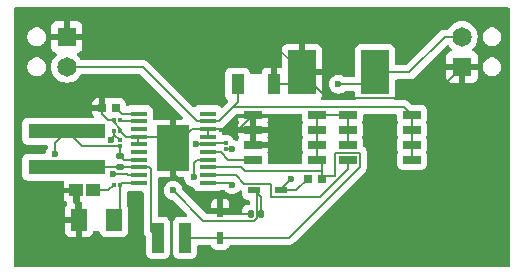
<source format=gbr>
%TF.GenerationSoftware,KiCad,Pcbnew,8.0.8*%
%TF.CreationDate,2025-02-16T12:35:09+01:00*%
%TF.ProjectId,step-down,73746570-2d64-46f7-976e-2e6b69636164,rev?*%
%TF.SameCoordinates,Original*%
%TF.FileFunction,Copper,L1,Top*%
%TF.FilePolarity,Positive*%
%FSLAX46Y46*%
G04 Gerber Fmt 4.6, Leading zero omitted, Abs format (unit mm)*
G04 Created by KiCad (PCBNEW 8.0.8) date 2025-02-16 12:35:09*
%MOMM*%
%LPD*%
G01*
G04 APERTURE LIST*
G04 Aperture macros list*
%AMRoundRect*
0 Rectangle with rounded corners*
0 $1 Rounding radius*
0 $2 $3 $4 $5 $6 $7 $8 $9 X,Y pos of 4 corners*
0 Add a 4 corners polygon primitive as box body*
4,1,4,$2,$3,$4,$5,$6,$7,$8,$9,$2,$3,0*
0 Add four circle primitives for the rounded corners*
1,1,$1+$1,$2,$3*
1,1,$1+$1,$4,$5*
1,1,$1+$1,$6,$7*
1,1,$1+$1,$8,$9*
0 Add four rect primitives between the rounded corners*
20,1,$1+$1,$2,$3,$4,$5,0*
20,1,$1+$1,$4,$5,$6,$7,0*
20,1,$1+$1,$6,$7,$8,$9,0*
20,1,$1+$1,$8,$9,$2,$3,0*%
G04 Aperture macros list end*
%TA.AperFunction,SMDPad,CuDef*%
%ADD10RoundRect,0.075000X-0.125000X-0.075000X0.125000X-0.075000X0.125000X0.075000X-0.125000X0.075000X0*%
%TD*%
%TA.AperFunction,SMDPad,CuDef*%
%ADD11R,6.520000X1.290000*%
%TD*%
%TA.AperFunction,SMDPad,CuDef*%
%ADD12RoundRect,0.075000X-0.075000X0.125000X-0.075000X-0.125000X0.075000X-0.125000X0.075000X0.125000X0*%
%TD*%
%TA.AperFunction,SMDPad,CuDef*%
%ADD13R,0.705600X0.660400*%
%TD*%
%TA.AperFunction,SMDPad,CuDef*%
%ADD14R,1.020000X2.540000*%
%TD*%
%TA.AperFunction,SMDPad,CuDef*%
%ADD15R,1.525000X0.700000*%
%TD*%
%TA.AperFunction,SMDPad,CuDef*%
%ADD16R,1.050000X0.550000*%
%TD*%
%TA.AperFunction,SMDPad,CuDef*%
%ADD17RoundRect,0.075000X0.075000X-0.125000X0.075000X0.125000X-0.075000X0.125000X-0.075000X-0.125000X0*%
%TD*%
%TA.AperFunction,SMDPad,CuDef*%
%ADD18R,1.112000X1.803400*%
%TD*%
%TA.AperFunction,SMDPad,CuDef*%
%ADD19R,0.550000X1.050000*%
%TD*%
%TA.AperFunction,ComponentPad*%
%ADD20R,1.650000X1.650000*%
%TD*%
%TA.AperFunction,ComponentPad*%
%ADD21C,1.650000*%
%TD*%
%TA.AperFunction,SMDPad,CuDef*%
%ADD22R,2.400000X3.750000*%
%TD*%
%TA.AperFunction,SMDPad,CuDef*%
%ADD23R,1.340600X1.905000*%
%TD*%
%TA.AperFunction,SMDPad,CuDef*%
%ADD24R,1.450000X0.450000*%
%TD*%
%TA.AperFunction,SMDPad,CuDef*%
%ADD25R,2.740000X3.860000*%
%TD*%
%TA.AperFunction,SMDPad,CuDef*%
%ADD26RoundRect,0.143100X0.126900X0.156900X-0.126900X0.156900X-0.126900X-0.156900X0.126900X-0.156900X0*%
%TD*%
%TA.AperFunction,SMDPad,CuDef*%
%ADD27R,1.188200X1.041400*%
%TD*%
%TA.AperFunction,SMDPad,CuDef*%
%ADD28RoundRect,0.140000X0.170000X-0.140000X0.170000X0.140000X-0.170000X0.140000X-0.170000X-0.140000X0*%
%TD*%
%TA.AperFunction,ViaPad*%
%ADD29C,0.600000*%
%TD*%
%TA.AperFunction,Conductor*%
%ADD30C,0.200000*%
%TD*%
G04 APERTURE END LIST*
D10*
%TO.P,R2,1*%
%TO.N,GND*%
X132000000Y-99000000D03*
%TO.P,R2,2*%
%TO.N,/FREQ*%
X132500000Y-99000000D03*
%TD*%
D11*
%TO.P,R4,1*%
%TO.N,/SENSE+*%
X128000000Y-103015000D03*
%TO.P,R4,2*%
%TO.N,/SENSE-*%
X128000000Y-99985000D03*
%TD*%
D12*
%TO.P,R3,1*%
%TO.N,/INTVCC*%
X141500000Y-101000000D03*
%TO.P,R3,2*%
%TO.N,/PGOOD*%
X141500000Y-101500000D03*
%TD*%
D13*
%TO.P,C5,1*%
%TO.N,/BOOST*%
X148431300Y-104000000D03*
%TO.P,C5,2*%
%TO.N,/SW*%
X149568700Y-104000000D03*
%TD*%
D14*
%TO.P,L1,1,1*%
%TO.N,/SW*%
X138000000Y-109000000D03*
%TO.P,L1,2,2*%
%TO.N,/SENSE+*%
X135710000Y-109000000D03*
%TD*%
D15*
%TO.P,M2,1,S_1*%
%TO.N,GND*%
X143788000Y-98595000D03*
%TO.P,M2,2,S_2*%
X143788000Y-99865000D03*
%TO.P,M2,3,S_3*%
X143788000Y-101135000D03*
%TO.P,M2,4,G*%
%TO.N,/BG*%
X143788000Y-102405000D03*
%TO.P,M2,5,D_1*%
%TO.N,/SW*%
X149212000Y-102405000D03*
%TO.P,M2,6,D_2*%
X149212000Y-101135000D03*
%TO.P,M2,7,D_3*%
X149212000Y-99865000D03*
%TO.P,M2,8,D_4*%
X149212000Y-98595000D03*
%TD*%
D10*
%TO.P,R6,1*%
%TO.N,/VFB*%
X132025000Y-100000000D03*
%TO.P,R6,2*%
%TO.N,GND*%
X132525000Y-100000000D03*
%TD*%
D15*
%TO.P,M1,1,S_1*%
%TO.N,/SW*%
X151788000Y-98595000D03*
%TO.P,M1,2,S_2*%
X151788000Y-99865000D03*
%TO.P,M1,3,S_3*%
X151788000Y-101135000D03*
%TO.P,M1,4,G*%
%TO.N,/TG*%
X151788000Y-102405000D03*
%TO.P,M1,5,D_1*%
%TO.N,/VIN*%
X157212000Y-102405000D03*
%TO.P,M1,6,D_2*%
X157212000Y-101135000D03*
%TO.P,M1,7,D_3*%
X157212000Y-99865000D03*
%TO.P,M1,8,D_4*%
X157212000Y-98595000D03*
%TD*%
D10*
%TO.P,R1,1*%
%TO.N,Net-(C1-Pad2)*%
X131975000Y-104500000D03*
%TO.P,R1,2*%
%TO.N,/ITH*%
X132475000Y-104500000D03*
%TD*%
D16*
%TO.P,D1,1,K*%
%TO.N,/BOOST*%
X146150000Y-105000000D03*
%TO.P,D1,2,A*%
%TO.N,/INTVCC*%
X143850000Y-105000000D03*
%TD*%
D17*
%TO.P,R5,1*%
%TO.N,/SENSE-*%
X132500000Y-101250000D03*
%TO.P,R5,2*%
%TO.N,/VFB*%
X132500000Y-100750000D03*
%TD*%
D18*
%TO.P,Cin1,1*%
%TO.N,/VIN*%
X142453400Y-96000000D03*
%TO.P,Cin1,2*%
%TO.N,GND*%
X145546600Y-96000000D03*
%TD*%
D19*
%TO.P,D2,1,K*%
%TO.N,/SW*%
X141000000Y-109000000D03*
%TO.P,D2,2,A*%
%TO.N,GND*%
X141000000Y-106700000D03*
%TD*%
D20*
%TO.P,J2,1,Pin_1*%
%TO.N,GND*%
X161460000Y-94540000D03*
D21*
%TO.P,J2,2,Pin_2*%
%TO.N,/SENSE-*%
X161460000Y-92000000D03*
%TD*%
D22*
%TO.P,Cout1,1*%
%TO.N,/SENSE-*%
X154100000Y-95000000D03*
%TO.P,Cout1,2*%
%TO.N,GND*%
X147900000Y-95000000D03*
%TD*%
D23*
%TO.P,C3,1*%
%TO.N,/ITH*%
X131983100Y-107500000D03*
%TO.P,C3,2*%
%TO.N,GND*%
X129016900Y-107500000D03*
%TD*%
D20*
%TO.P,J1,1,Pin_1*%
%TO.N,GND*%
X128000000Y-92000000D03*
D21*
%TO.P,J1,2,Pin_2*%
%TO.N,/VIN*%
X128000000Y-94540000D03*
%TD*%
D24*
%TO.P,IC1,1,TRACK/SS*%
%TO.N,/TRACK{slash}SS*%
X134075000Y-98499100D03*
%TO.P,IC1,2,FREQ*%
%TO.N,/FREQ*%
X134075000Y-99149100D03*
%TO.P,IC1,3,PLLIN/MODE*%
%TO.N,unconnected-(IC1-PLLIN{slash}MODE-Pad3)*%
X134075000Y-99799100D03*
%TO.P,IC1,4,SGND_1*%
%TO.N,GND*%
X134075000Y-100449100D03*
%TO.P,IC1,5,SGND_2*%
X134075000Y-101099100D03*
%TO.P,IC1,6,RUN*%
%TO.N,unconnected-(IC1-RUN-Pad6)*%
X134075000Y-101749100D03*
%TO.P,IC1,7,SENSE-*%
%TO.N,/SENSE-*%
X134075000Y-102399100D03*
%TO.P,IC1,8,SENSE+*%
%TO.N,/SENSE+*%
X134075000Y-103049100D03*
%TO.P,IC1,9,VFB*%
%TO.N,/VFB*%
X134075000Y-103699100D03*
%TO.P,IC1,10,ITH*%
%TO.N,/ITH*%
X134075000Y-104349100D03*
%TO.P,IC1,11,PGOOD*%
%TO.N,/PGOOD*%
X139925000Y-104349100D03*
%TO.P,IC1,12,TG*%
%TO.N,/TG*%
X139925000Y-103699100D03*
%TO.P,IC1,13,SW*%
%TO.N,/SW*%
X139925000Y-103049100D03*
%TO.P,IC1,14,BOOST*%
%TO.N,/BOOST*%
X139925000Y-102399100D03*
%TO.P,IC1,15,BG*%
%TO.N,/BG*%
X139925000Y-101749100D03*
%TO.P,IC1,16,INTVCC*%
%TO.N,/INTVCC*%
X139925000Y-101099100D03*
%TO.P,IC1,17,EXTVCC*%
%TO.N,GND*%
X139925000Y-100449100D03*
%TO.P,IC1,18,PGND*%
X139925000Y-99799100D03*
%TO.P,IC1,19,VIN*%
%TO.N,/VIN*%
X139925000Y-99149100D03*
%TO.P,IC1,20,ILIM*%
%TO.N,unconnected-(IC1-ILIM-Pad20)*%
X139925000Y-98499100D03*
D25*
%TO.P,IC1,21,SGND_3*%
%TO.N,GND*%
X137000000Y-101424100D03*
%TD*%
D26*
%TO.P,C_INTVCC1,1*%
%TO.N,/INTVCC*%
X144430000Y-107000000D03*
%TO.P,C_INTVCC1,2*%
%TO.N,GND*%
X143570000Y-107000000D03*
%TD*%
D27*
%TO.P,C1,1*%
%TO.N,GND*%
X128817000Y-105000000D03*
%TO.P,C1,2*%
%TO.N,Net-(C1-Pad2)*%
X130183000Y-105000000D03*
%TD*%
D13*
%TO.P,C2,1*%
%TO.N,GND*%
X131000000Y-98000000D03*
%TO.P,C2,2*%
%TO.N,/TRACK{slash}SS*%
X132137400Y-98000000D03*
%TD*%
D28*
%TO.P,C4,1*%
%TO.N,/SENSE+*%
X132500000Y-103000000D03*
%TO.P,C4,2*%
%TO.N,/SENSE-*%
X132500000Y-102040000D03*
%TD*%
D29*
%TO.N,/INTVCC*%
X137000000Y-105000000D03*
X138959398Y-101066161D03*
%TO.N,/BOOST*%
X138739998Y-103881566D03*
X147000000Y-104000000D03*
%TO.N,/SENSE-*%
X151000000Y-96000000D03*
X127000000Y-101909998D03*
%TO.N,/VFB*%
X131881298Y-103615000D03*
X131716070Y-100690000D03*
%TO.N,/PGOOD*%
X142006996Y-101506446D03*
X142000000Y-104500000D03*
%TD*%
D30*
%TO.N,Net-(C1-Pad2)*%
X131475000Y-105000000D02*
X131975000Y-104500000D01*
X130183000Y-105000000D02*
X131475000Y-105000000D01*
%TO.N,GND*%
X128817000Y-105000000D02*
X128817000Y-107622122D01*
X140160214Y-106700000D02*
X137000000Y-103539786D01*
X138625000Y-99799100D02*
X139925000Y-99799100D01*
X143788000Y-99865000D02*
X143788000Y-101135000D01*
X146900000Y-96000000D02*
X147900000Y-95000000D01*
X137000000Y-103539786D02*
X137000000Y-101424100D01*
X131000000Y-98530200D02*
X131469800Y-99000000D01*
X134024100Y-100500000D02*
X134075000Y-100449100D01*
X136025000Y-100449100D02*
X137000000Y-101424100D01*
X150035000Y-97135000D02*
X158865000Y-97135000D01*
X141300000Y-107000000D02*
X141000000Y-106700000D01*
X144900000Y-92000000D02*
X147900000Y-95000000D01*
X134058100Y-100449100D02*
X134058100Y-101099100D01*
X131000000Y-98000000D02*
X131000000Y-98530200D01*
X128000000Y-92000000D02*
X144900000Y-92000000D01*
X129016900Y-107500000D02*
X129016900Y-105199900D01*
X158865000Y-97135000D02*
X161460000Y-94540000D01*
X132525000Y-100000000D02*
X132974100Y-100449100D01*
X132000000Y-99000000D02*
X132000000Y-99242590D01*
X141000000Y-106700000D02*
X140160214Y-106700000D01*
X143788000Y-98595000D02*
X142583900Y-99799100D01*
X132000000Y-99242590D02*
X132525000Y-99767590D01*
X132525000Y-99767590D02*
X132525000Y-100000000D01*
X143570000Y-107000000D02*
X141300000Y-107000000D01*
X129016900Y-105199900D02*
X128817000Y-105000000D01*
X147900000Y-95000000D02*
X150035000Y-97135000D01*
X142583900Y-99799100D02*
X139925000Y-99799100D01*
X145546600Y-96000000D02*
X146900000Y-96000000D01*
X143788000Y-98595000D02*
X143788000Y-99865000D01*
X137000000Y-101424100D02*
X138625000Y-99799100D01*
X131469800Y-99000000D02*
X132000000Y-99000000D01*
X134075000Y-100449100D02*
X136025000Y-100449100D01*
X132974100Y-100449100D02*
X134075000Y-100449100D01*
X139925000Y-99799100D02*
X139925000Y-100449100D01*
%TO.N,/VIN*%
X128000000Y-94540000D02*
X134415900Y-94540000D01*
X157212000Y-98595000D02*
X157212000Y-99865000D01*
X139025000Y-99149100D02*
X139925000Y-99149100D01*
X134415900Y-94540000D02*
X139025000Y-99149100D01*
X142453400Y-97545700D02*
X142453400Y-96000000D01*
X142054100Y-97945000D02*
X142453400Y-97545700D01*
X157212000Y-101135000D02*
X157212000Y-102405000D01*
X157212000Y-98595000D02*
X156562000Y-97945000D01*
X156562000Y-97945000D02*
X142054100Y-97945000D01*
X157212000Y-99865000D02*
X157212000Y-101135000D01*
X140850000Y-99149100D02*
X139925000Y-99149100D01*
X142054100Y-97945000D02*
X140850000Y-99149100D01*
%TO.N,/INTVCC*%
X144100000Y-107327834D02*
X143867834Y-107560000D01*
X143750000Y-105100000D02*
X143850000Y-105000000D01*
X144430000Y-107000000D02*
X144430000Y-105580000D01*
X139892061Y-101066161D02*
X139925000Y-101099100D01*
X144100000Y-105250000D02*
X144100000Y-107327834D01*
X141500000Y-101000000D02*
X140024100Y-101000000D01*
X139560000Y-107560000D02*
X137000000Y-105000000D01*
X138959398Y-101066161D02*
X139892061Y-101066161D01*
X144430000Y-105580000D02*
X143850000Y-105000000D01*
X143850000Y-105000000D02*
X144100000Y-105250000D01*
X143867834Y-107560000D02*
X139560000Y-107560000D01*
X140024100Y-101000000D02*
X139925000Y-101099100D01*
%TO.N,/BOOST*%
X138739998Y-103881566D02*
X138739998Y-102659102D01*
X147431300Y-105000000D02*
X148431300Y-104000000D01*
X138739998Y-102659102D02*
X139000000Y-102399100D01*
X146150000Y-105000000D02*
X146150000Y-104850000D01*
X139000000Y-102399100D02*
X139925000Y-102399100D01*
X146150000Y-104850000D02*
X147000000Y-104000000D01*
X146150000Y-105000000D02*
X147431300Y-105000000D01*
%TO.N,/SW*%
X151788000Y-99865000D02*
X151788000Y-101135000D01*
X142725500Y-103049100D02*
X139925000Y-103049100D01*
X149212000Y-99865000D02*
X149212000Y-101135000D01*
X149823258Y-103745442D02*
X149568700Y-104000000D01*
X151788000Y-98595000D02*
X151788000Y-99865000D01*
X150745442Y-101815058D02*
X150745442Y-103745442D01*
X149568700Y-104000000D02*
X149568700Y-103469800D01*
X150745442Y-103745442D02*
X149823258Y-103745442D01*
X149568700Y-103469800D02*
X149468700Y-103369800D01*
X149212000Y-98595000D02*
X151788000Y-98595000D01*
X149468700Y-103369800D02*
X143046200Y-103369800D01*
X149568700Y-102761700D02*
X149212000Y-102405000D01*
X141000000Y-109000000D02*
X146825500Y-109000000D01*
X138000000Y-109000000D02*
X141000000Y-109000000D01*
X152810500Y-103015000D02*
X152810500Y-101795000D01*
X152810500Y-101795000D02*
X150765500Y-101795000D01*
X149212000Y-98595000D02*
X149212000Y-99865000D01*
X149568700Y-104000000D02*
X149568700Y-102761700D01*
X150765500Y-101795000D02*
X150745442Y-101815058D01*
X149212000Y-101135000D02*
X149212000Y-102405000D01*
X146825500Y-109000000D02*
X152810500Y-103015000D01*
X143046200Y-103369800D02*
X142725500Y-103049100D01*
%TO.N,/BG*%
X139925000Y-101749100D02*
X141016690Y-101749100D01*
X141672590Y-102405000D02*
X143788000Y-102405000D01*
X141016690Y-101749100D02*
X141672590Y-102405000D01*
%TO.N,/TG*%
X149425000Y-105575000D02*
X151788000Y-103212000D01*
X151788000Y-103212000D02*
X151788000Y-102405000D01*
X145325000Y-105575000D02*
X149425000Y-105575000D01*
X139925000Y-103699100D02*
X142299100Y-103699100D01*
X145325000Y-104425000D02*
X145325000Y-105575000D01*
X142299100Y-103699100D02*
X143025000Y-104425000D01*
X143025000Y-104425000D02*
X145325000Y-104425000D01*
%TO.N,/TRACK{slash}SS*%
X132636500Y-98499100D02*
X132137400Y-98000000D01*
X134075000Y-98499100D02*
X132636500Y-98499100D01*
%TO.N,/SENSE+*%
X134025900Y-103000000D02*
X134075000Y-103049100D01*
X135100000Y-108390000D02*
X135100000Y-103149100D01*
X135000000Y-103049100D02*
X134075000Y-103049100D01*
X135710000Y-109000000D02*
X135100000Y-108390000D01*
X132485000Y-103015000D02*
X132500000Y-103000000D01*
X132500000Y-103000000D02*
X134025900Y-103000000D01*
X135100000Y-103149100D02*
X135000000Y-103049100D01*
X128000000Y-103015000D02*
X132485000Y-103015000D01*
%TO.N,/SENSE-*%
X128000000Y-99985000D02*
X129265000Y-101250000D01*
X157000000Y-95000000D02*
X160000000Y-92000000D01*
X154100000Y-95900000D02*
X154000000Y-96000000D01*
X133974100Y-102500000D02*
X134075000Y-102399100D01*
X129265000Y-101250000D02*
X132500000Y-101250000D01*
X154100000Y-95000000D02*
X157000000Y-95000000D01*
X160000000Y-92000000D02*
X161460000Y-92000000D01*
X132859100Y-102399100D02*
X134075000Y-102399100D01*
X154000000Y-96000000D02*
X151000000Y-96000000D01*
X127000000Y-101909998D02*
X127000000Y-100985000D01*
X132500000Y-101250000D02*
X132500000Y-102040000D01*
X127000000Y-100985000D02*
X128000000Y-99985000D01*
X154100000Y-95000000D02*
X154100000Y-95900000D01*
X132475000Y-102015000D02*
X132500000Y-102040000D01*
X132500000Y-102040000D02*
X132859100Y-102399100D01*
%TO.N,/FREQ*%
X132649100Y-99149100D02*
X134075000Y-99149100D01*
X132500000Y-99000000D02*
X132649100Y-99149100D01*
%TO.N,/VFB*%
X132025000Y-100000000D02*
X131975000Y-100050000D01*
X132025000Y-100000000D02*
X132025000Y-100381070D01*
X132025000Y-100275000D02*
X132025000Y-100000000D01*
X133115000Y-103615000D02*
X131881298Y-103615000D01*
X134075000Y-103699100D02*
X133199100Y-103699100D01*
X132025000Y-100381070D02*
X131716070Y-100690000D01*
X132500000Y-100750000D02*
X132025000Y-100275000D01*
X133199100Y-103699100D02*
X133115000Y-103615000D01*
%TO.N,/ITH*%
X132475000Y-107008100D02*
X132475000Y-104500000D01*
X132625900Y-104349100D02*
X132475000Y-104500000D01*
X131983100Y-107500000D02*
X132475000Y-107008100D01*
X134075000Y-104349100D02*
X132625900Y-104349100D01*
%TO.N,/PGOOD*%
X141849100Y-104349100D02*
X142000000Y-104500000D01*
X139925000Y-104349100D02*
X141849100Y-104349100D01*
X142000550Y-101500000D02*
X142006996Y-101506446D01*
X141500000Y-101500000D02*
X142000550Y-101500000D01*
%TD*%
%TA.AperFunction,Conductor*%
%TO.N,GND*%
G36*
X147892039Y-98565185D02*
G01*
X147937794Y-98617989D01*
X147949000Y-98669500D01*
X147949000Y-98992869D01*
X147949001Y-98992876D01*
X147955409Y-99052484D01*
X148005455Y-99186668D01*
X148010439Y-99256360D01*
X148005455Y-99273332D01*
X147955409Y-99407514D01*
X147955408Y-99407516D01*
X147949001Y-99467116D01*
X147949001Y-99467123D01*
X147949000Y-99467135D01*
X147949000Y-100262870D01*
X147949001Y-100262876D01*
X147955409Y-100322484D01*
X148005455Y-100456668D01*
X148010439Y-100526360D01*
X148005455Y-100543332D01*
X147955409Y-100677514D01*
X147955408Y-100677516D01*
X147949001Y-100737116D01*
X147949001Y-100737123D01*
X147949000Y-100737135D01*
X147949000Y-101532870D01*
X147949001Y-101532876D01*
X147955409Y-101592484D01*
X148005455Y-101726668D01*
X148010439Y-101796360D01*
X148005455Y-101813332D01*
X147955410Y-101947511D01*
X147955410Y-101947514D01*
X147955409Y-101947517D01*
X147949000Y-102007127D01*
X147949000Y-102349600D01*
X147949001Y-102645300D01*
X147929317Y-102712339D01*
X147876513Y-102758094D01*
X147825001Y-102769300D01*
X145175000Y-102769300D01*
X145107961Y-102749615D01*
X145062206Y-102696811D01*
X145051000Y-102645300D01*
X145050999Y-102007129D01*
X145050998Y-102007123D01*
X145050997Y-102007116D01*
X145044591Y-101947517D01*
X144994296Y-101812669D01*
X144994293Y-101812665D01*
X144994276Y-101812619D01*
X144989292Y-101742927D01*
X144994276Y-101725951D01*
X145044097Y-101592376D01*
X145044098Y-101592372D01*
X145050499Y-101532844D01*
X145050500Y-101532827D01*
X145050500Y-101385000D01*
X143912000Y-101385000D01*
X143844961Y-101365315D01*
X143799206Y-101312511D01*
X143788000Y-101261000D01*
X143788000Y-101135000D01*
X143662000Y-101135000D01*
X143594961Y-101115315D01*
X143549206Y-101062511D01*
X143538000Y-101011000D01*
X143538000Y-100885000D01*
X144038000Y-100885000D01*
X145050500Y-100885000D01*
X145050500Y-100737172D01*
X145050499Y-100737155D01*
X145044098Y-100677627D01*
X145044095Y-100677616D01*
X144994010Y-100543334D01*
X144989025Y-100473643D01*
X144994010Y-100456666D01*
X145044095Y-100322383D01*
X145044098Y-100322372D01*
X145050499Y-100262844D01*
X145050500Y-100262827D01*
X145050500Y-100115000D01*
X144038000Y-100115000D01*
X144038000Y-100885000D01*
X143538000Y-100885000D01*
X143538000Y-100115000D01*
X142525500Y-100115000D01*
X142525500Y-100262844D01*
X142531901Y-100322372D01*
X142531903Y-100322379D01*
X142581989Y-100456667D01*
X142586973Y-100526359D01*
X142581989Y-100543333D01*
X142531903Y-100677620D01*
X142531900Y-100677631D01*
X142531517Y-100681196D01*
X142530449Y-100683771D01*
X142530120Y-100685168D01*
X142529893Y-100685114D01*
X142504773Y-100745745D01*
X142447376Y-100785587D01*
X142377551Y-100788074D01*
X142363138Y-100782823D01*
X142363092Y-100782957D01*
X142256745Y-100745745D01*
X142186251Y-100721078D01*
X142186248Y-100721077D01*
X142179679Y-100718779D01*
X142180558Y-100716265D01*
X142130192Y-100688089D01*
X142104206Y-100648763D01*
X142077700Y-100584771D01*
X142077700Y-100584770D01*
X142045904Y-100543333D01*
X141985451Y-100464549D01*
X141865233Y-100372302D01*
X141865229Y-100372300D01*
X141801801Y-100346027D01*
X141725236Y-100314313D01*
X141709809Y-100312282D01*
X141612727Y-100299500D01*
X141612720Y-100299500D01*
X141387280Y-100299500D01*
X141387274Y-100299500D01*
X141387269Y-100299501D01*
X141290185Y-100312282D01*
X141221149Y-100301516D01*
X141168894Y-100255136D01*
X141150000Y-100189343D01*
X141150000Y-100176279D01*
X141149999Y-100176268D01*
X141145815Y-100137358D01*
X141145815Y-100110842D01*
X141149999Y-100071931D01*
X141150000Y-100071921D01*
X141150000Y-100024100D01*
X140989435Y-100024100D01*
X140922396Y-100004415D01*
X140876641Y-99951611D01*
X140866697Y-99882453D01*
X140895722Y-99818897D01*
X140915124Y-99800834D01*
X140994816Y-99741176D01*
X141037033Y-99720667D01*
X141081785Y-99708677D01*
X141131904Y-99679739D01*
X141218716Y-99629620D01*
X141330520Y-99517816D01*
X141330520Y-99517814D01*
X141340728Y-99507607D01*
X141340729Y-99507604D01*
X141855491Y-98992844D01*
X142525500Y-98992844D01*
X142531901Y-99052372D01*
X142531903Y-99052379D01*
X142581989Y-99186667D01*
X142586973Y-99256359D01*
X142581989Y-99273333D01*
X142531903Y-99407620D01*
X142531901Y-99407627D01*
X142525500Y-99467155D01*
X142525500Y-99615000D01*
X143538000Y-99615000D01*
X144038000Y-99615000D01*
X145050500Y-99615000D01*
X145050500Y-99467172D01*
X145050499Y-99467155D01*
X145044098Y-99407627D01*
X145044095Y-99407616D01*
X144994010Y-99273334D01*
X144989025Y-99203643D01*
X144994010Y-99186666D01*
X145044095Y-99052383D01*
X145044098Y-99052372D01*
X145050499Y-98992844D01*
X145050500Y-98992827D01*
X145050500Y-98845000D01*
X144038000Y-98845000D01*
X144038000Y-99615000D01*
X143538000Y-99615000D01*
X143538000Y-98845000D01*
X142525500Y-98845000D01*
X142525500Y-98992844D01*
X141855491Y-98992844D01*
X142266517Y-98581819D01*
X142327840Y-98548334D01*
X142354198Y-98545500D01*
X147825000Y-98545500D01*
X147892039Y-98565185D01*
G37*
%TD.AperFunction*%
%TA.AperFunction,Conductor*%
G36*
X165442539Y-89520185D02*
G01*
X165488294Y-89572989D01*
X165499500Y-89624500D01*
X165499500Y-111375500D01*
X165479815Y-111442539D01*
X165427011Y-111488294D01*
X165375500Y-111499500D01*
X123624500Y-111499500D01*
X123557461Y-111479815D01*
X123511706Y-111427011D01*
X123500500Y-111375500D01*
X123500500Y-108500344D01*
X127846600Y-108500344D01*
X127853001Y-108559872D01*
X127853003Y-108559879D01*
X127903245Y-108694586D01*
X127903249Y-108694593D01*
X127989409Y-108809687D01*
X127989412Y-108809690D01*
X128104506Y-108895850D01*
X128104513Y-108895854D01*
X128239220Y-108946096D01*
X128239227Y-108946098D01*
X128298755Y-108952499D01*
X128298772Y-108952500D01*
X128766900Y-108952500D01*
X128766900Y-107750000D01*
X127846600Y-107750000D01*
X127846600Y-108500344D01*
X123500500Y-108500344D01*
X123500500Y-105568544D01*
X127722900Y-105568544D01*
X127729301Y-105628072D01*
X127729303Y-105628079D01*
X127779545Y-105762786D01*
X127779549Y-105762793D01*
X127865709Y-105877887D01*
X127865712Y-105877890D01*
X127980806Y-105964050D01*
X127988596Y-105968304D01*
X127987213Y-105970836D01*
X128031445Y-106003947D01*
X128055863Y-106069411D01*
X128041012Y-106137684D01*
X128006491Y-106177525D01*
X127989409Y-106190312D01*
X127903249Y-106305406D01*
X127903245Y-106305413D01*
X127853003Y-106440120D01*
X127853001Y-106440127D01*
X127846600Y-106499655D01*
X127846600Y-107250000D01*
X128766900Y-107250000D01*
X128766900Y-106150700D01*
X128691000Y-106150700D01*
X128623961Y-106131015D01*
X128578206Y-106078211D01*
X128567000Y-106026700D01*
X128567000Y-105250000D01*
X127722900Y-105250000D01*
X127722900Y-105568544D01*
X123500500Y-105568544D01*
X123500500Y-99292135D01*
X124239500Y-99292135D01*
X124239500Y-100677870D01*
X124239501Y-100677876D01*
X124245908Y-100737483D01*
X124296202Y-100872328D01*
X124296206Y-100872335D01*
X124382452Y-100987544D01*
X124382455Y-100987547D01*
X124497664Y-101073793D01*
X124497671Y-101073797D01*
X124632517Y-101124091D01*
X124632516Y-101124091D01*
X124639444Y-101124835D01*
X124692127Y-101130500D01*
X126275500Y-101130499D01*
X126342539Y-101150184D01*
X126388294Y-101202987D01*
X126399500Y-101254499D01*
X126399500Y-101327585D01*
X126379815Y-101394624D01*
X126372450Y-101404894D01*
X126370186Y-101407732D01*
X126274210Y-101560476D01*
X126214630Y-101730748D01*
X126211404Y-101759384D01*
X126184337Y-101823798D01*
X126126742Y-101863353D01*
X126088184Y-101869500D01*
X124692129Y-101869500D01*
X124692123Y-101869501D01*
X124632516Y-101875908D01*
X124497671Y-101926202D01*
X124497664Y-101926206D01*
X124382455Y-102012452D01*
X124382452Y-102012455D01*
X124296206Y-102127664D01*
X124296202Y-102127671D01*
X124245908Y-102262517D01*
X124239501Y-102322116D01*
X124239500Y-102322135D01*
X124239500Y-103707870D01*
X124239501Y-103707876D01*
X124245908Y-103767483D01*
X124296202Y-103902328D01*
X124296206Y-103902335D01*
X124382452Y-104017544D01*
X124382455Y-104017547D01*
X124497664Y-104103793D01*
X124497671Y-104103797D01*
X124632517Y-104154091D01*
X124632516Y-104154091D01*
X124639444Y-104154835D01*
X124692127Y-104160500D01*
X127629566Y-104160499D01*
X127696604Y-104180184D01*
X127742359Y-104232988D01*
X127752303Y-104302146D01*
X127745747Y-104327832D01*
X127729303Y-104371920D01*
X127729301Y-104371927D01*
X127722900Y-104431455D01*
X127722900Y-104750000D01*
X128693000Y-104750000D01*
X128760039Y-104769685D01*
X128805794Y-104822489D01*
X128817000Y-104874000D01*
X128817000Y-105000000D01*
X128943000Y-105000000D01*
X129010039Y-105019685D01*
X129055794Y-105072489D01*
X129067000Y-105124000D01*
X129067000Y-105917500D01*
X129142900Y-105917500D01*
X129209939Y-105937185D01*
X129255694Y-105989989D01*
X129266900Y-106041500D01*
X129266900Y-108952500D01*
X129735028Y-108952500D01*
X129735044Y-108952499D01*
X129794572Y-108946098D01*
X129794579Y-108946096D01*
X129929286Y-108895854D01*
X129929293Y-108895850D01*
X130044387Y-108809690D01*
X130044390Y-108809687D01*
X130130550Y-108694593D01*
X130130554Y-108694586D01*
X130180796Y-108559879D01*
X130180798Y-108559872D01*
X130185898Y-108512444D01*
X130212636Y-108447893D01*
X130270029Y-108408045D01*
X130309187Y-108401700D01*
X130690309Y-108401700D01*
X130757348Y-108421385D01*
X130803103Y-108474189D01*
X130813599Y-108512447D01*
X130818708Y-108559983D01*
X130869002Y-108694828D01*
X130869006Y-108694835D01*
X130955252Y-108810044D01*
X130955255Y-108810047D01*
X131070464Y-108896293D01*
X131070471Y-108896297D01*
X131205317Y-108946591D01*
X131205316Y-108946591D01*
X131212244Y-108947335D01*
X131264927Y-108953000D01*
X132701272Y-108952999D01*
X132760883Y-108946591D01*
X132895731Y-108896296D01*
X133010946Y-108810046D01*
X133097196Y-108694831D01*
X133147491Y-108559983D01*
X133153900Y-108500373D01*
X133153899Y-106499628D01*
X133148080Y-106445492D01*
X133147491Y-106440016D01*
X133106797Y-106330910D01*
X133097196Y-106305169D01*
X133097193Y-106305165D01*
X133092946Y-106297387D01*
X133095328Y-106296085D01*
X133075815Y-106243743D01*
X133075500Y-106234915D01*
X133075500Y-105184491D01*
X133095185Y-105117452D01*
X133147989Y-105071697D01*
X133217147Y-105061753D01*
X133240577Y-105067733D01*
X133242516Y-105068191D01*
X133249444Y-105068935D01*
X133302127Y-105074600D01*
X134375500Y-105074599D01*
X134442539Y-105094283D01*
X134488294Y-105147087D01*
X134499500Y-105198599D01*
X134499500Y-108303330D01*
X134499499Y-108303348D01*
X134499499Y-108469054D01*
X134499498Y-108469054D01*
X134540423Y-108621785D01*
X134569358Y-108671900D01*
X134569359Y-108671904D01*
X134569360Y-108671904D01*
X134619479Y-108758714D01*
X134619481Y-108758717D01*
X134663181Y-108802417D01*
X134696666Y-108863740D01*
X134699500Y-108890098D01*
X134699500Y-110317870D01*
X134699501Y-110317876D01*
X134705908Y-110377483D01*
X134756202Y-110512328D01*
X134756206Y-110512335D01*
X134842452Y-110627544D01*
X134842455Y-110627547D01*
X134957664Y-110713793D01*
X134957671Y-110713797D01*
X135092517Y-110764091D01*
X135092516Y-110764091D01*
X135099444Y-110764835D01*
X135152127Y-110770500D01*
X136267872Y-110770499D01*
X136327483Y-110764091D01*
X136462331Y-110713796D01*
X136577546Y-110627546D01*
X136663796Y-110512331D01*
X136714091Y-110377483D01*
X136720500Y-110317873D01*
X136720499Y-107682128D01*
X136714091Y-107622517D01*
X136663796Y-107487669D01*
X136663795Y-107487668D01*
X136663793Y-107487664D01*
X136577547Y-107372455D01*
X136577544Y-107372452D01*
X136462335Y-107286206D01*
X136462328Y-107286202D01*
X136327482Y-107235908D01*
X136327483Y-107235908D01*
X136267883Y-107229501D01*
X136267881Y-107229500D01*
X136267873Y-107229500D01*
X136267865Y-107229500D01*
X135824500Y-107229500D01*
X135757461Y-107209815D01*
X135711706Y-107157011D01*
X135700500Y-107105500D01*
X135700500Y-103978100D01*
X135720185Y-103911061D01*
X135772989Y-103865306D01*
X135824500Y-103854100D01*
X136750000Y-103854100D01*
X136750000Y-98994100D01*
X135582155Y-98994100D01*
X135522627Y-99000501D01*
X135522616Y-99000504D01*
X135467831Y-99020937D01*
X135398139Y-99025921D01*
X135336816Y-98992435D01*
X135303332Y-98931111D01*
X135300499Y-98904755D01*
X135300499Y-98876228D01*
X135300498Y-98876211D01*
X135296320Y-98837353D01*
X135296320Y-98810847D01*
X135300500Y-98771973D01*
X135300499Y-98226228D01*
X135294091Y-98166617D01*
X135283237Y-98137517D01*
X135243797Y-98031771D01*
X135243793Y-98031764D01*
X135157547Y-97916555D01*
X135157544Y-97916552D01*
X135042335Y-97830306D01*
X135042328Y-97830302D01*
X134907482Y-97780008D01*
X134907483Y-97780008D01*
X134847883Y-97773601D01*
X134847881Y-97773600D01*
X134847873Y-97773600D01*
X134847864Y-97773600D01*
X133302129Y-97773600D01*
X133302123Y-97773601D01*
X133242515Y-97780009D01*
X133158031Y-97811519D01*
X133088340Y-97816503D01*
X133027017Y-97783017D01*
X132993533Y-97721694D01*
X132990699Y-97695337D01*
X132990699Y-97621929D01*
X132990698Y-97621923D01*
X132986552Y-97583355D01*
X132984291Y-97562317D01*
X132965002Y-97510601D01*
X132933997Y-97427471D01*
X132933993Y-97427464D01*
X132847747Y-97312255D01*
X132847744Y-97312252D01*
X132732535Y-97226006D01*
X132732528Y-97226002D01*
X132597682Y-97175708D01*
X132597683Y-97175708D01*
X132538083Y-97169301D01*
X132538081Y-97169300D01*
X132538073Y-97169300D01*
X132538064Y-97169300D01*
X131736729Y-97169300D01*
X131736723Y-97169301D01*
X131677118Y-97175708D01*
X131611316Y-97200250D01*
X131541624Y-97205233D01*
X131524653Y-97200249D01*
X131460183Y-97176204D01*
X131460172Y-97176201D01*
X131400644Y-97169800D01*
X131250000Y-97169800D01*
X131250000Y-97876000D01*
X131230315Y-97943039D01*
X131177511Y-97988794D01*
X131126000Y-98000000D01*
X131000000Y-98000000D01*
X131000000Y-98126000D01*
X130980315Y-98193039D01*
X130927511Y-98238794D01*
X130876000Y-98250000D01*
X130147200Y-98250000D01*
X130147200Y-98378044D01*
X130153601Y-98437572D01*
X130153603Y-98437579D01*
X130203845Y-98572286D01*
X130203849Y-98572293D01*
X130255425Y-98641189D01*
X130279843Y-98706653D01*
X130264992Y-98774926D01*
X130215587Y-98824332D01*
X130156159Y-98839500D01*
X124692129Y-98839500D01*
X124692123Y-98839501D01*
X124632516Y-98845908D01*
X124497671Y-98896202D01*
X124497664Y-98896206D01*
X124382455Y-98982452D01*
X124382452Y-98982455D01*
X124296206Y-99097664D01*
X124296202Y-99097671D01*
X124245908Y-99232517D01*
X124239501Y-99292116D01*
X124239500Y-99292135D01*
X123500500Y-99292135D01*
X123500500Y-97621955D01*
X130147200Y-97621955D01*
X130147200Y-97750000D01*
X130750000Y-97750000D01*
X130750000Y-97169800D01*
X130599355Y-97169800D01*
X130539827Y-97176201D01*
X130539820Y-97176203D01*
X130405113Y-97226445D01*
X130405106Y-97226449D01*
X130290012Y-97312609D01*
X130290009Y-97312612D01*
X130203849Y-97427706D01*
X130203845Y-97427713D01*
X130153603Y-97562420D01*
X130153601Y-97562427D01*
X130147200Y-97621955D01*
X123500500Y-97621955D01*
X123500500Y-94461153D01*
X124659500Y-94461153D01*
X124659500Y-94618846D01*
X124690261Y-94773489D01*
X124690264Y-94773501D01*
X124750602Y-94919172D01*
X124750609Y-94919185D01*
X124838210Y-95050288D01*
X124838213Y-95050292D01*
X124949707Y-95161786D01*
X124949711Y-95161789D01*
X125080814Y-95249390D01*
X125080827Y-95249397D01*
X125226498Y-95309735D01*
X125226503Y-95309737D01*
X125381153Y-95340499D01*
X125381156Y-95340500D01*
X125381158Y-95340500D01*
X125538844Y-95340500D01*
X125538845Y-95340499D01*
X125693497Y-95309737D01*
X125839179Y-95249394D01*
X125970289Y-95161789D01*
X126081789Y-95050289D01*
X126169394Y-94919179D01*
X126229737Y-94773497D01*
X126260500Y-94618842D01*
X126260500Y-94539998D01*
X126669437Y-94539998D01*
X126669437Y-94540001D01*
X126689650Y-94771044D01*
X126689651Y-94771051D01*
X126749678Y-94995074D01*
X126749679Y-94995076D01*
X126749680Y-94995079D01*
X126847699Y-95205282D01*
X126980730Y-95395269D01*
X127144731Y-95559270D01*
X127334718Y-95692301D01*
X127544921Y-95790320D01*
X127768950Y-95850349D01*
X127933985Y-95864787D01*
X127999998Y-95870563D01*
X128000000Y-95870563D01*
X128000002Y-95870563D01*
X128063586Y-95865000D01*
X128231050Y-95850349D01*
X128455079Y-95790320D01*
X128665282Y-95692301D01*
X128855269Y-95559270D01*
X129019270Y-95395269D01*
X129152301Y-95205282D01*
X129152308Y-95205265D01*
X129153904Y-95202504D01*
X129154932Y-95201523D01*
X129155406Y-95200847D01*
X129155541Y-95200942D01*
X129204470Y-95154287D01*
X129261294Y-95140500D01*
X134115803Y-95140500D01*
X134182842Y-95160185D01*
X134203484Y-95176819D01*
X137809083Y-98782419D01*
X137842568Y-98843742D01*
X137837584Y-98913434D01*
X137795712Y-98969367D01*
X137730248Y-98993784D01*
X137721402Y-98994100D01*
X137250000Y-98994100D01*
X137250000Y-103854100D01*
X137820525Y-103854100D01*
X137887564Y-103873785D01*
X137933319Y-103926589D01*
X137943745Y-103964217D01*
X137954628Y-104060815D01*
X137954629Y-104060820D01*
X138014209Y-104231089D01*
X138074997Y-104327832D01*
X138110182Y-104383828D01*
X138237736Y-104511382D01*
X138390476Y-104607355D01*
X138560743Y-104666934D01*
X138560748Y-104666935D01*
X138630889Y-104674838D01*
X138695303Y-104701904D01*
X138733187Y-104754722D01*
X138756205Y-104816434D01*
X138842452Y-104931644D01*
X138842455Y-104931647D01*
X138957664Y-105017893D01*
X138957671Y-105017897D01*
X139092517Y-105068191D01*
X139092516Y-105068191D01*
X139099444Y-105068935D01*
X139152127Y-105074600D01*
X140697872Y-105074599D01*
X140757483Y-105068191D01*
X140892331Y-105017896D01*
X140950524Y-104974333D01*
X141015989Y-104949916D01*
X141024835Y-104949600D01*
X141268561Y-104949600D01*
X141335600Y-104969285D01*
X141364174Y-104998137D01*
X141365837Y-104996812D01*
X141370182Y-105002260D01*
X141370184Y-105002262D01*
X141497738Y-105129816D01*
X141650478Y-105225789D01*
X141820745Y-105285368D01*
X141820750Y-105285369D01*
X141999996Y-105305565D01*
X142000000Y-105305565D01*
X142000004Y-105305565D01*
X142179249Y-105285369D01*
X142179252Y-105285368D01*
X142179255Y-105285368D01*
X142349522Y-105225789D01*
X142502262Y-105129816D01*
X142612822Y-105019255D01*
X142674141Y-104985773D01*
X142743833Y-104990757D01*
X142799767Y-105032628D01*
X142824184Y-105098092D01*
X142824500Y-105106938D01*
X142824500Y-105322869D01*
X142824501Y-105322876D01*
X142830908Y-105382483D01*
X142881202Y-105517328D01*
X142881206Y-105517335D01*
X142967452Y-105632544D01*
X142967455Y-105632547D01*
X143082664Y-105718793D01*
X143082671Y-105718797D01*
X143101418Y-105725789D01*
X143217517Y-105769091D01*
X143277127Y-105775500D01*
X143375500Y-105775499D01*
X143442538Y-105795183D01*
X143488294Y-105847986D01*
X143499500Y-105899499D01*
X143499500Y-106076008D01*
X143479815Y-106143047D01*
X143427011Y-106188802D01*
X143380387Y-106199912D01*
X143378168Y-106199999D01*
X143341702Y-106202869D01*
X143341697Y-106202870D01*
X143185663Y-106248201D01*
X143045810Y-106330910D01*
X143045801Y-106330917D01*
X142930917Y-106445801D01*
X142930910Y-106445810D01*
X142848201Y-106585663D01*
X142802870Y-106741697D01*
X142802869Y-106741702D01*
X142800000Y-106778156D01*
X142800000Y-106835500D01*
X142780315Y-106902539D01*
X142727511Y-106948294D01*
X142676000Y-106959500D01*
X141835862Y-106959500D01*
X141803509Y-106950000D01*
X140202704Y-106950000D01*
X140190496Y-106956666D01*
X140164138Y-106959500D01*
X139860098Y-106959500D01*
X139793059Y-106939815D01*
X139772417Y-106923181D01*
X138976391Y-106127155D01*
X140225000Y-106127155D01*
X140225000Y-106450000D01*
X140750000Y-106450000D01*
X141250000Y-106450000D01*
X141775000Y-106450000D01*
X141775000Y-106127172D01*
X141774999Y-106127155D01*
X141768598Y-106067627D01*
X141768596Y-106067620D01*
X141718354Y-105932913D01*
X141718350Y-105932906D01*
X141632190Y-105817812D01*
X141632187Y-105817809D01*
X141517093Y-105731649D01*
X141517086Y-105731645D01*
X141382379Y-105681403D01*
X141382372Y-105681401D01*
X141322844Y-105675000D01*
X141250000Y-105675000D01*
X141250000Y-106450000D01*
X140750000Y-106450000D01*
X140750000Y-105675000D01*
X140677155Y-105675000D01*
X140617627Y-105681401D01*
X140617620Y-105681403D01*
X140482913Y-105731645D01*
X140482906Y-105731649D01*
X140367812Y-105817809D01*
X140367809Y-105817812D01*
X140281649Y-105932906D01*
X140281645Y-105932913D01*
X140231403Y-106067620D01*
X140231401Y-106067627D01*
X140225000Y-106127155D01*
X138976391Y-106127155D01*
X137830700Y-104981465D01*
X137797215Y-104920142D01*
X137795163Y-104907686D01*
X137785368Y-104820745D01*
X137725789Y-104650478D01*
X137629816Y-104497738D01*
X137502262Y-104370184D01*
X137484872Y-104359257D01*
X137349523Y-104274211D01*
X137179254Y-104214631D01*
X137179249Y-104214630D01*
X137000004Y-104194435D01*
X136999996Y-104194435D01*
X136820750Y-104214630D01*
X136820745Y-104214631D01*
X136650476Y-104274211D01*
X136497737Y-104370184D01*
X136370184Y-104497737D01*
X136274211Y-104650476D01*
X136214631Y-104820745D01*
X136214630Y-104820750D01*
X136194435Y-104999996D01*
X136194435Y-105000000D01*
X136214630Y-105179249D01*
X136214631Y-105179254D01*
X136274211Y-105349523D01*
X136370184Y-105502262D01*
X136497738Y-105629816D01*
X136650478Y-105725789D01*
X136820745Y-105785368D01*
X136907669Y-105795161D01*
X136972080Y-105822226D01*
X136981465Y-105830700D01*
X138168583Y-107017819D01*
X138202068Y-107079142D01*
X138197084Y-107148834D01*
X138155212Y-107204767D01*
X138089748Y-107229184D01*
X138080902Y-107229500D01*
X137442129Y-107229500D01*
X137442123Y-107229501D01*
X137382516Y-107235908D01*
X137247671Y-107286202D01*
X137247664Y-107286206D01*
X137132455Y-107372452D01*
X137132452Y-107372455D01*
X137046206Y-107487664D01*
X137046202Y-107487671D01*
X136995908Y-107622517D01*
X136990859Y-107669485D01*
X136989501Y-107682123D01*
X136989500Y-107682135D01*
X136989500Y-110317870D01*
X136989501Y-110317876D01*
X136995908Y-110377483D01*
X137046202Y-110512328D01*
X137046206Y-110512335D01*
X137132452Y-110627544D01*
X137132455Y-110627547D01*
X137247664Y-110713793D01*
X137247671Y-110713797D01*
X137382517Y-110764091D01*
X137382516Y-110764091D01*
X137389444Y-110764835D01*
X137442127Y-110770500D01*
X138557872Y-110770499D01*
X138617483Y-110764091D01*
X138752331Y-110713796D01*
X138867546Y-110627546D01*
X138953796Y-110512331D01*
X139004091Y-110377483D01*
X139010500Y-110317873D01*
X139010500Y-109724500D01*
X139030185Y-109657461D01*
X139082989Y-109611706D01*
X139134500Y-109600500D01*
X140132885Y-109600500D01*
X140199924Y-109620185D01*
X140245679Y-109672989D01*
X140249067Y-109681167D01*
X140281202Y-109767328D01*
X140281206Y-109767335D01*
X140367452Y-109882544D01*
X140367455Y-109882547D01*
X140482664Y-109968793D01*
X140482671Y-109968797D01*
X140527618Y-109985561D01*
X140617517Y-110019091D01*
X140677127Y-110025500D01*
X141322872Y-110025499D01*
X141382483Y-110019091D01*
X141517331Y-109968796D01*
X141632546Y-109882546D01*
X141718796Y-109767331D01*
X141734771Y-109724500D01*
X141750934Y-109681166D01*
X141792806Y-109625233D01*
X141858270Y-109600816D01*
X141867116Y-109600500D01*
X146738831Y-109600500D01*
X146738847Y-109600501D01*
X146746443Y-109600501D01*
X146904554Y-109600501D01*
X146904557Y-109600501D01*
X147057285Y-109559577D01*
X147107404Y-109530639D01*
X147194216Y-109480520D01*
X147306020Y-109368716D01*
X147306020Y-109368714D01*
X147316228Y-109358507D01*
X147316230Y-109358504D01*
X153169006Y-103505728D01*
X153169011Y-103505724D01*
X153179214Y-103495520D01*
X153179216Y-103495520D01*
X153291020Y-103383716D01*
X153310493Y-103349988D01*
X153344516Y-103291058D01*
X153344516Y-103291057D01*
X153370077Y-103246785D01*
X153411000Y-103094057D01*
X153411000Y-102935943D01*
X153411000Y-101715943D01*
X153370077Y-101563216D01*
X153368494Y-101560474D01*
X153291024Y-101426290D01*
X153291018Y-101426282D01*
X153179216Y-101314480D01*
X153112998Y-101276248D01*
X153064783Y-101225681D01*
X153050999Y-101168862D01*
X153050999Y-100737129D01*
X153050998Y-100737123D01*
X153050997Y-100737116D01*
X153044591Y-100677517D01*
X152994542Y-100543330D01*
X152989559Y-100473642D01*
X152994539Y-100456678D01*
X153044591Y-100322483D01*
X153051000Y-100262873D01*
X153050999Y-99467128D01*
X153044591Y-99407517D01*
X152994542Y-99273330D01*
X152989559Y-99203642D01*
X152994539Y-99186678D01*
X153044591Y-99052483D01*
X153051000Y-98992873D01*
X153050999Y-98669499D01*
X153070683Y-98602461D01*
X153123487Y-98556706D01*
X153174999Y-98545500D01*
X155825000Y-98545500D01*
X155892039Y-98565185D01*
X155937794Y-98617989D01*
X155949000Y-98669500D01*
X155949000Y-98992869D01*
X155949001Y-98992876D01*
X155955409Y-99052484D01*
X156005455Y-99186668D01*
X156010439Y-99256360D01*
X156005455Y-99273332D01*
X155955409Y-99407514D01*
X155955408Y-99407516D01*
X155949001Y-99467116D01*
X155949001Y-99467123D01*
X155949000Y-99467135D01*
X155949000Y-100262870D01*
X155949001Y-100262876D01*
X155955409Y-100322484D01*
X156005455Y-100456668D01*
X156010439Y-100526360D01*
X156005455Y-100543332D01*
X155955409Y-100677514D01*
X155955408Y-100677516D01*
X155949001Y-100737116D01*
X155949001Y-100737123D01*
X155949000Y-100737135D01*
X155949000Y-101532870D01*
X155949001Y-101532876D01*
X155955409Y-101592484D01*
X156005455Y-101726668D01*
X156010439Y-101796360D01*
X156005455Y-101813332D01*
X155955409Y-101947514D01*
X155955408Y-101947516D01*
X155949001Y-102007116D01*
X155949001Y-102007123D01*
X155949000Y-102007135D01*
X155949000Y-102802870D01*
X155949001Y-102802876D01*
X155955408Y-102862483D01*
X156005702Y-102997328D01*
X156005706Y-102997335D01*
X156091952Y-103112544D01*
X156091955Y-103112547D01*
X156207164Y-103198793D01*
X156207171Y-103198797D01*
X156342017Y-103249091D01*
X156342016Y-103249091D01*
X156348944Y-103249835D01*
X156401627Y-103255500D01*
X158022372Y-103255499D01*
X158081983Y-103249091D01*
X158216831Y-103198796D01*
X158332046Y-103112546D01*
X158418296Y-102997331D01*
X158468591Y-102862483D01*
X158475000Y-102802873D01*
X158474999Y-102007128D01*
X158468591Y-101947517D01*
X158418542Y-101813330D01*
X158413559Y-101743642D01*
X158418539Y-101726678D01*
X158468591Y-101592483D01*
X158475000Y-101532873D01*
X158474999Y-100737128D01*
X158468591Y-100677517D01*
X158418542Y-100543330D01*
X158413559Y-100473642D01*
X158418539Y-100456678D01*
X158468591Y-100322483D01*
X158475000Y-100262873D01*
X158474999Y-99467128D01*
X158468591Y-99407517D01*
X158418542Y-99273330D01*
X158413559Y-99203642D01*
X158418539Y-99186678D01*
X158468591Y-99052483D01*
X158475000Y-98992873D01*
X158474999Y-98197128D01*
X158468591Y-98137517D01*
X158464295Y-98126000D01*
X158418297Y-98002671D01*
X158418293Y-98002664D01*
X158332047Y-97887455D01*
X158332044Y-97887452D01*
X158216835Y-97801206D01*
X158216828Y-97801202D01*
X158081982Y-97750908D01*
X158081983Y-97750908D01*
X158022383Y-97744501D01*
X158022381Y-97744500D01*
X158022373Y-97744500D01*
X158022365Y-97744500D01*
X157262097Y-97744500D01*
X157195058Y-97724815D01*
X157174416Y-97708181D01*
X157049590Y-97583355D01*
X157049588Y-97583352D01*
X156930717Y-97464481D01*
X156930716Y-97464480D01*
X156822843Y-97402200D01*
X156822842Y-97402199D01*
X156793783Y-97385422D01*
X156737881Y-97370443D01*
X156641057Y-97344499D01*
X156482943Y-97344499D01*
X156475347Y-97344499D01*
X156475331Y-97344500D01*
X155821460Y-97344500D01*
X155754421Y-97324815D01*
X155708666Y-97272011D01*
X155698722Y-97202853D01*
X155722193Y-97146189D01*
X155724361Y-97143292D01*
X155743796Y-97117331D01*
X155794091Y-96982483D01*
X155800500Y-96922873D01*
X155800500Y-95724500D01*
X155820185Y-95657461D01*
X155872989Y-95611706D01*
X155924500Y-95600500D01*
X156913331Y-95600500D01*
X156913347Y-95600501D01*
X156920943Y-95600501D01*
X157079054Y-95600501D01*
X157079057Y-95600501D01*
X157231785Y-95559577D01*
X157281904Y-95530639D01*
X157368716Y-95480520D01*
X157480520Y-95368716D01*
X157480520Y-95368714D01*
X157490728Y-95358507D01*
X157490729Y-95358504D01*
X160152245Y-92696990D01*
X160213564Y-92663508D01*
X160283256Y-92668492D01*
X160339189Y-92710364D01*
X160341490Y-92713541D01*
X160402380Y-92800500D01*
X160440730Y-92855269D01*
X160596490Y-93011029D01*
X160629975Y-93072352D01*
X160624991Y-93142044D01*
X160583119Y-93197977D01*
X160534569Y-93217087D01*
X160535168Y-93219620D01*
X160527620Y-93221403D01*
X160392913Y-93271645D01*
X160392906Y-93271649D01*
X160277812Y-93357809D01*
X160277809Y-93357812D01*
X160191649Y-93472906D01*
X160191645Y-93472913D01*
X160141403Y-93607620D01*
X160141401Y-93607627D01*
X160135000Y-93667155D01*
X160135000Y-94290000D01*
X160969252Y-94290000D01*
X160947482Y-94327708D01*
X160910000Y-94467591D01*
X160910000Y-94612409D01*
X160947482Y-94752292D01*
X160969252Y-94790000D01*
X160135000Y-94790000D01*
X160135000Y-95412844D01*
X160141401Y-95472372D01*
X160141403Y-95472379D01*
X160191645Y-95607086D01*
X160191649Y-95607093D01*
X160277809Y-95722187D01*
X160277812Y-95722190D01*
X160392906Y-95808350D01*
X160392913Y-95808354D01*
X160527620Y-95858596D01*
X160527627Y-95858598D01*
X160587155Y-95864999D01*
X160587172Y-95865000D01*
X161210000Y-95865000D01*
X161210000Y-95030747D01*
X161247708Y-95052518D01*
X161387591Y-95090000D01*
X161532409Y-95090000D01*
X161672292Y-95052518D01*
X161710000Y-95030747D01*
X161710000Y-95865000D01*
X162332828Y-95865000D01*
X162332844Y-95864999D01*
X162392372Y-95858598D01*
X162392379Y-95858596D01*
X162527086Y-95808354D01*
X162527093Y-95808350D01*
X162642187Y-95722190D01*
X162642190Y-95722187D01*
X162728350Y-95607093D01*
X162728354Y-95607086D01*
X162778596Y-95472379D01*
X162778598Y-95472372D01*
X162784999Y-95412844D01*
X162785000Y-95412827D01*
X162785000Y-94790000D01*
X161950748Y-94790000D01*
X161972518Y-94752292D01*
X162010000Y-94612409D01*
X162010000Y-94467591D01*
X162008275Y-94461153D01*
X163199500Y-94461153D01*
X163199500Y-94618846D01*
X163230261Y-94773489D01*
X163230264Y-94773501D01*
X163290602Y-94919172D01*
X163290609Y-94919185D01*
X163378210Y-95050288D01*
X163378213Y-95050292D01*
X163489707Y-95161786D01*
X163489711Y-95161789D01*
X163620814Y-95249390D01*
X163620827Y-95249397D01*
X163766498Y-95309735D01*
X163766503Y-95309737D01*
X163921153Y-95340499D01*
X163921156Y-95340500D01*
X163921158Y-95340500D01*
X164078844Y-95340500D01*
X164078845Y-95340499D01*
X164233497Y-95309737D01*
X164379179Y-95249394D01*
X164510289Y-95161789D01*
X164621789Y-95050289D01*
X164709394Y-94919179D01*
X164769737Y-94773497D01*
X164800500Y-94618842D01*
X164800500Y-94461158D01*
X164800500Y-94461155D01*
X164800499Y-94461153D01*
X164788235Y-94399500D01*
X164769737Y-94306503D01*
X164713728Y-94171284D01*
X164709397Y-94160827D01*
X164709390Y-94160814D01*
X164621789Y-94029711D01*
X164621786Y-94029707D01*
X164510292Y-93918213D01*
X164510288Y-93918210D01*
X164379185Y-93830609D01*
X164379172Y-93830602D01*
X164233501Y-93770264D01*
X164233489Y-93770261D01*
X164078845Y-93739500D01*
X164078842Y-93739500D01*
X163921158Y-93739500D01*
X163921155Y-93739500D01*
X163766510Y-93770261D01*
X163766498Y-93770264D01*
X163620827Y-93830602D01*
X163620814Y-93830609D01*
X163489711Y-93918210D01*
X163489707Y-93918213D01*
X163378213Y-94029707D01*
X163378210Y-94029711D01*
X163290609Y-94160814D01*
X163290602Y-94160827D01*
X163230264Y-94306498D01*
X163230261Y-94306510D01*
X163199500Y-94461153D01*
X162008275Y-94461153D01*
X161972518Y-94327708D01*
X161950748Y-94290000D01*
X162785000Y-94290000D01*
X162785000Y-93667172D01*
X162784999Y-93667155D01*
X162778598Y-93607627D01*
X162778596Y-93607620D01*
X162728354Y-93472913D01*
X162728350Y-93472906D01*
X162642190Y-93357812D01*
X162642187Y-93357809D01*
X162527093Y-93271649D01*
X162527086Y-93271645D01*
X162392379Y-93221403D01*
X162384832Y-93219620D01*
X162385486Y-93216848D01*
X162333360Y-93195243D01*
X162293526Y-93137841D01*
X162291049Y-93068015D01*
X162323506Y-93011032D01*
X162479270Y-92855269D01*
X162612301Y-92665282D01*
X162710320Y-92455079D01*
X162770349Y-92231050D01*
X162790563Y-92000000D01*
X162783665Y-91921153D01*
X163199500Y-91921153D01*
X163199500Y-92078846D01*
X163230261Y-92233489D01*
X163230264Y-92233501D01*
X163290602Y-92379172D01*
X163290609Y-92379185D01*
X163378210Y-92510288D01*
X163378213Y-92510292D01*
X163489707Y-92621786D01*
X163489711Y-92621789D01*
X163620814Y-92709390D01*
X163620827Y-92709397D01*
X163766498Y-92769735D01*
X163766503Y-92769737D01*
X163921153Y-92800499D01*
X163921156Y-92800500D01*
X163921158Y-92800500D01*
X164078844Y-92800500D01*
X164078845Y-92800499D01*
X164233497Y-92769737D01*
X164346166Y-92723067D01*
X164379172Y-92709397D01*
X164379172Y-92709396D01*
X164379179Y-92709394D01*
X164510289Y-92621789D01*
X164621789Y-92510289D01*
X164709394Y-92379179D01*
X164769737Y-92233497D01*
X164800500Y-92078842D01*
X164800500Y-91921158D01*
X164800500Y-91921155D01*
X164800499Y-91921153D01*
X164773955Y-91787708D01*
X164769737Y-91766503D01*
X164726572Y-91662292D01*
X164709397Y-91620827D01*
X164709390Y-91620814D01*
X164621789Y-91489711D01*
X164621786Y-91489707D01*
X164510292Y-91378213D01*
X164510288Y-91378210D01*
X164379185Y-91290609D01*
X164379172Y-91290602D01*
X164233501Y-91230264D01*
X164233489Y-91230261D01*
X164078845Y-91199500D01*
X164078842Y-91199500D01*
X163921158Y-91199500D01*
X163921155Y-91199500D01*
X163766510Y-91230261D01*
X163766498Y-91230264D01*
X163620827Y-91290602D01*
X163620814Y-91290609D01*
X163489711Y-91378210D01*
X163489707Y-91378213D01*
X163378213Y-91489707D01*
X163378210Y-91489711D01*
X163290609Y-91620814D01*
X163290602Y-91620827D01*
X163230264Y-91766498D01*
X163230261Y-91766510D01*
X163199500Y-91921153D01*
X162783665Y-91921153D01*
X162770349Y-91768950D01*
X162710320Y-91544921D01*
X162612301Y-91334719D01*
X162612299Y-91334716D01*
X162612298Y-91334714D01*
X162479273Y-91144735D01*
X162479268Y-91144729D01*
X162315269Y-90980730D01*
X162315263Y-90980726D01*
X162125282Y-90847699D01*
X161915079Y-90749680D01*
X161915076Y-90749679D01*
X161915074Y-90749678D01*
X161691051Y-90689651D01*
X161691044Y-90689650D01*
X161460002Y-90669437D01*
X161459998Y-90669437D01*
X161228955Y-90689650D01*
X161228948Y-90689651D01*
X161004917Y-90749681D01*
X160794718Y-90847699D01*
X160794714Y-90847701D01*
X160604735Y-90980726D01*
X160604729Y-90980731D01*
X160440731Y-91144729D01*
X160440726Y-91144735D01*
X160307699Y-91334718D01*
X160306092Y-91337502D01*
X160305063Y-91338482D01*
X160304594Y-91339153D01*
X160304459Y-91339058D01*
X160255524Y-91385717D01*
X160198706Y-91399500D01*
X160086670Y-91399500D01*
X160086654Y-91399499D01*
X160079058Y-91399499D01*
X159920943Y-91399499D01*
X159844579Y-91419961D01*
X159768214Y-91440423D01*
X159768209Y-91440426D01*
X159631290Y-91519475D01*
X159631282Y-91519481D01*
X156787584Y-94363181D01*
X156726261Y-94396666D01*
X156699903Y-94399500D01*
X155924499Y-94399500D01*
X155857460Y-94379815D01*
X155811705Y-94327011D01*
X155800499Y-94275500D01*
X155800499Y-93077129D01*
X155800498Y-93077123D01*
X155800497Y-93077116D01*
X155795299Y-93028757D01*
X155794091Y-93017516D01*
X155743797Y-92882671D01*
X155743793Y-92882664D01*
X155657547Y-92767455D01*
X155657544Y-92767452D01*
X155542335Y-92681206D01*
X155542328Y-92681202D01*
X155407482Y-92630908D01*
X155407483Y-92630908D01*
X155347883Y-92624501D01*
X155347881Y-92624500D01*
X155347873Y-92624500D01*
X155347864Y-92624500D01*
X152852129Y-92624500D01*
X152852123Y-92624501D01*
X152792516Y-92630908D01*
X152657671Y-92681202D01*
X152657664Y-92681206D01*
X152542455Y-92767452D01*
X152542452Y-92767455D01*
X152456206Y-92882664D01*
X152456202Y-92882671D01*
X152405908Y-93017517D01*
X152400013Y-93072352D01*
X152399500Y-93077127D01*
X152399500Y-94202292D01*
X152399501Y-95275500D01*
X152379816Y-95342539D01*
X152327013Y-95388294D01*
X152275501Y-95399500D01*
X151582412Y-95399500D01*
X151515373Y-95379815D01*
X151505097Y-95372445D01*
X151502263Y-95370185D01*
X151502262Y-95370184D01*
X151406063Y-95309738D01*
X151349523Y-95274211D01*
X151179254Y-95214631D01*
X151179249Y-95214630D01*
X151000004Y-95194435D01*
X150999996Y-95194435D01*
X150820750Y-95214630D01*
X150820745Y-95214631D01*
X150650476Y-95274211D01*
X150497737Y-95370184D01*
X150370184Y-95497737D01*
X150274211Y-95650476D01*
X150214631Y-95820745D01*
X150214630Y-95820750D01*
X150194435Y-95999996D01*
X150194435Y-96000000D01*
X150214630Y-96179249D01*
X150214631Y-96179254D01*
X150274211Y-96349523D01*
X150370184Y-96502262D01*
X150497738Y-96629816D01*
X150588080Y-96686582D01*
X150648426Y-96724500D01*
X150650478Y-96725789D01*
X150820745Y-96785368D01*
X150820750Y-96785369D01*
X150999996Y-96805565D01*
X151000000Y-96805565D01*
X151000004Y-96805565D01*
X151179249Y-96785369D01*
X151179252Y-96785368D01*
X151179255Y-96785368D01*
X151349522Y-96725789D01*
X151502262Y-96629816D01*
X151502267Y-96629810D01*
X151505097Y-96627555D01*
X151507275Y-96626665D01*
X151508158Y-96626111D01*
X151508255Y-96626265D01*
X151569783Y-96601145D01*
X151582412Y-96600500D01*
X152275501Y-96600500D01*
X152342540Y-96620185D01*
X152388295Y-96672989D01*
X152399501Y-96724500D01*
X152399501Y-96922876D01*
X152405908Y-96982483D01*
X152456202Y-97117328D01*
X152456204Y-97117331D01*
X152477807Y-97146189D01*
X152502224Y-97211654D01*
X152487372Y-97279927D01*
X152437967Y-97329332D01*
X152378540Y-97344500D01*
X149620835Y-97344500D01*
X149553796Y-97324815D01*
X149508041Y-97272011D01*
X149498097Y-97202853D01*
X149521569Y-97146188D01*
X149543352Y-97117089D01*
X149543354Y-97117086D01*
X149593596Y-96982379D01*
X149593598Y-96982372D01*
X149599999Y-96922844D01*
X149600000Y-96922827D01*
X149600000Y-95250000D01*
X148024000Y-95250000D01*
X147956961Y-95230315D01*
X147911206Y-95177511D01*
X147900000Y-95126000D01*
X147900000Y-95000000D01*
X147774000Y-95000000D01*
X147706961Y-94980315D01*
X147661206Y-94927511D01*
X147650000Y-94876000D01*
X147650000Y-94750000D01*
X148150000Y-94750000D01*
X149600000Y-94750000D01*
X149600000Y-93077172D01*
X149599999Y-93077155D01*
X149593598Y-93017627D01*
X149593596Y-93017620D01*
X149543354Y-92882913D01*
X149543350Y-92882906D01*
X149457190Y-92767812D01*
X149457187Y-92767809D01*
X149342093Y-92681649D01*
X149342086Y-92681645D01*
X149207379Y-92631403D01*
X149207372Y-92631401D01*
X149147844Y-92625000D01*
X148150000Y-92625000D01*
X148150000Y-94750000D01*
X147650000Y-94750000D01*
X147650000Y-92625000D01*
X146652155Y-92625000D01*
X146592627Y-92631401D01*
X146592620Y-92631403D01*
X146457913Y-92681645D01*
X146457906Y-92681649D01*
X146342812Y-92767809D01*
X146342809Y-92767812D01*
X146256649Y-92882906D01*
X146256645Y-92882913D01*
X146206403Y-93017620D01*
X146206401Y-93017627D01*
X146200000Y-93077155D01*
X146200000Y-94474300D01*
X146180315Y-94541339D01*
X146127511Y-94587094D01*
X146076000Y-94598300D01*
X145796600Y-94598300D01*
X145796600Y-95876000D01*
X145776915Y-95943039D01*
X145724111Y-95988794D01*
X145672600Y-96000000D01*
X145420600Y-96000000D01*
X145353561Y-95980315D01*
X145307806Y-95927511D01*
X145296600Y-95876000D01*
X145296600Y-94598300D01*
X144942755Y-94598300D01*
X144883227Y-94604701D01*
X144883220Y-94604703D01*
X144748513Y-94654945D01*
X144748506Y-94654949D01*
X144633412Y-94741109D01*
X144633409Y-94741112D01*
X144547249Y-94856206D01*
X144547245Y-94856213D01*
X144497003Y-94990920D01*
X144497001Y-94990927D01*
X144491902Y-95038356D01*
X144465164Y-95102907D01*
X144407771Y-95142755D01*
X144368613Y-95149100D01*
X143631891Y-95149100D01*
X143564852Y-95129415D01*
X143519097Y-95076611D01*
X143508601Y-95038353D01*
X143503491Y-94990816D01*
X143453197Y-94855971D01*
X143453193Y-94855964D01*
X143366947Y-94740755D01*
X143366944Y-94740752D01*
X143251735Y-94654506D01*
X143251728Y-94654502D01*
X143116882Y-94604208D01*
X143116883Y-94604208D01*
X143057283Y-94597801D01*
X143057281Y-94597800D01*
X143057273Y-94597800D01*
X143057264Y-94597800D01*
X141849529Y-94597800D01*
X141849523Y-94597801D01*
X141789916Y-94604208D01*
X141655071Y-94654502D01*
X141655064Y-94654506D01*
X141539855Y-94740752D01*
X141539852Y-94740755D01*
X141453606Y-94855964D01*
X141453602Y-94855971D01*
X141403308Y-94990817D01*
X141396901Y-95050416D01*
X141396900Y-95050435D01*
X141396900Y-96949570D01*
X141396901Y-96949576D01*
X141403308Y-97009183D01*
X141453602Y-97144028D01*
X141453606Y-97144035D01*
X141539851Y-97259243D01*
X141539852Y-97259244D01*
X141539854Y-97259246D01*
X141625893Y-97323655D01*
X141667763Y-97379587D01*
X141672747Y-97449279D01*
X141639262Y-97510601D01*
X141205387Y-97944476D01*
X141144064Y-97977961D01*
X141074372Y-97972977D01*
X141018440Y-97931107D01*
X141007546Y-97916554D01*
X140968675Y-97887455D01*
X140892335Y-97830306D01*
X140892328Y-97830302D01*
X140757482Y-97780008D01*
X140757483Y-97780008D01*
X140697883Y-97773601D01*
X140697881Y-97773600D01*
X140697873Y-97773600D01*
X140697864Y-97773600D01*
X139152129Y-97773600D01*
X139152123Y-97773601D01*
X139092516Y-97780008D01*
X138957671Y-97830302D01*
X138957664Y-97830306D01*
X138842457Y-97916551D01*
X138842448Y-97916560D01*
X138842262Y-97916809D01*
X138842013Y-97916995D01*
X138836180Y-97922828D01*
X138835341Y-97921989D01*
X138786328Y-97958680D01*
X138716637Y-97963664D01*
X138655315Y-97930179D01*
X134903490Y-94178355D01*
X134903488Y-94178352D01*
X134784617Y-94059481D01*
X134784616Y-94059480D01*
X134697804Y-94009360D01*
X134697804Y-94009359D01*
X134697800Y-94009358D01*
X134647685Y-93980423D01*
X134494957Y-93939499D01*
X134336843Y-93939499D01*
X134329247Y-93939499D01*
X134329231Y-93939500D01*
X129261294Y-93939500D01*
X129194255Y-93919815D01*
X129155451Y-93879120D01*
X129155406Y-93879153D01*
X129155195Y-93878851D01*
X129153908Y-93877502D01*
X129152300Y-93874718D01*
X129019273Y-93684735D01*
X129019268Y-93684729D01*
X128863509Y-93528970D01*
X128830024Y-93467647D01*
X128835008Y-93397955D01*
X128876880Y-93342022D01*
X128925433Y-93322924D01*
X128924832Y-93320380D01*
X128932379Y-93318596D01*
X129067086Y-93268354D01*
X129067093Y-93268350D01*
X129182187Y-93182190D01*
X129182190Y-93182187D01*
X129268350Y-93067093D01*
X129268354Y-93067086D01*
X129318596Y-92932379D01*
X129318598Y-92932372D01*
X129324999Y-92872844D01*
X129325000Y-92872827D01*
X129325000Y-92250000D01*
X128490748Y-92250000D01*
X128512518Y-92212292D01*
X128550000Y-92072409D01*
X128550000Y-91927591D01*
X128512518Y-91787708D01*
X128490748Y-91750000D01*
X129325000Y-91750000D01*
X129325000Y-91127172D01*
X129324999Y-91127155D01*
X129318598Y-91067627D01*
X129318596Y-91067620D01*
X129268354Y-90932913D01*
X129268350Y-90932906D01*
X129182190Y-90817812D01*
X129182187Y-90817809D01*
X129067093Y-90731649D01*
X129067086Y-90731645D01*
X128932379Y-90681403D01*
X128932372Y-90681401D01*
X128872844Y-90675000D01*
X128250000Y-90675000D01*
X128250000Y-91509252D01*
X128212292Y-91487482D01*
X128072409Y-91450000D01*
X127927591Y-91450000D01*
X127787708Y-91487482D01*
X127750000Y-91509252D01*
X127750000Y-90675000D01*
X127127155Y-90675000D01*
X127067627Y-90681401D01*
X127067620Y-90681403D01*
X126932913Y-90731645D01*
X126932906Y-90731649D01*
X126817812Y-90817809D01*
X126817809Y-90817812D01*
X126731649Y-90932906D01*
X126731645Y-90932913D01*
X126681403Y-91067620D01*
X126681401Y-91067627D01*
X126675000Y-91127155D01*
X126675000Y-91750000D01*
X127509252Y-91750000D01*
X127487482Y-91787708D01*
X127450000Y-91927591D01*
X127450000Y-92072409D01*
X127487482Y-92212292D01*
X127509252Y-92250000D01*
X126675000Y-92250000D01*
X126675000Y-92872844D01*
X126681401Y-92932372D01*
X126681403Y-92932379D01*
X126731645Y-93067086D01*
X126731649Y-93067093D01*
X126817809Y-93182187D01*
X126817812Y-93182190D01*
X126932906Y-93268350D01*
X126932913Y-93268354D01*
X127067620Y-93318596D01*
X127075168Y-93320380D01*
X127074511Y-93323159D01*
X127126599Y-93344724D01*
X127166457Y-93402110D01*
X127168962Y-93471935D01*
X127136491Y-93528970D01*
X126980726Y-93684735D01*
X126847701Y-93874714D01*
X126847699Y-93874718D01*
X126749681Y-94084917D01*
X126689651Y-94308948D01*
X126689650Y-94308955D01*
X126669437Y-94539998D01*
X126260500Y-94539998D01*
X126260500Y-94461158D01*
X126260500Y-94461155D01*
X126260499Y-94461153D01*
X126248235Y-94399500D01*
X126229737Y-94306503D01*
X126173728Y-94171284D01*
X126169397Y-94160827D01*
X126169390Y-94160814D01*
X126081789Y-94029711D01*
X126081786Y-94029707D01*
X125970292Y-93918213D01*
X125970288Y-93918210D01*
X125839185Y-93830609D01*
X125839172Y-93830602D01*
X125693501Y-93770264D01*
X125693489Y-93770261D01*
X125538845Y-93739500D01*
X125538842Y-93739500D01*
X125381158Y-93739500D01*
X125381155Y-93739500D01*
X125226510Y-93770261D01*
X125226498Y-93770264D01*
X125080827Y-93830602D01*
X125080814Y-93830609D01*
X124949711Y-93918210D01*
X124949707Y-93918213D01*
X124838213Y-94029707D01*
X124838210Y-94029711D01*
X124750609Y-94160814D01*
X124750602Y-94160827D01*
X124690264Y-94306498D01*
X124690261Y-94306510D01*
X124659500Y-94461153D01*
X123500500Y-94461153D01*
X123500500Y-91921153D01*
X124659500Y-91921153D01*
X124659500Y-92078846D01*
X124690261Y-92233489D01*
X124690264Y-92233501D01*
X124750602Y-92379172D01*
X124750609Y-92379185D01*
X124838210Y-92510288D01*
X124838213Y-92510292D01*
X124949707Y-92621786D01*
X124949711Y-92621789D01*
X125080814Y-92709390D01*
X125080827Y-92709397D01*
X125226498Y-92769735D01*
X125226503Y-92769737D01*
X125381153Y-92800499D01*
X125381156Y-92800500D01*
X125381158Y-92800500D01*
X125538844Y-92800500D01*
X125538845Y-92800499D01*
X125693497Y-92769737D01*
X125806166Y-92723067D01*
X125839172Y-92709397D01*
X125839172Y-92709396D01*
X125839179Y-92709394D01*
X125970289Y-92621789D01*
X126081789Y-92510289D01*
X126169394Y-92379179D01*
X126229737Y-92233497D01*
X126260500Y-92078842D01*
X126260500Y-91921158D01*
X126260500Y-91921155D01*
X126260499Y-91921153D01*
X126233955Y-91787708D01*
X126229737Y-91766503D01*
X126186572Y-91662292D01*
X126169397Y-91620827D01*
X126169390Y-91620814D01*
X126081789Y-91489711D01*
X126081786Y-91489707D01*
X125970292Y-91378213D01*
X125970288Y-91378210D01*
X125839185Y-91290609D01*
X125839172Y-91290602D01*
X125693501Y-91230264D01*
X125693489Y-91230261D01*
X125538845Y-91199500D01*
X125538842Y-91199500D01*
X125381158Y-91199500D01*
X125381155Y-91199500D01*
X125226510Y-91230261D01*
X125226498Y-91230264D01*
X125080827Y-91290602D01*
X125080814Y-91290609D01*
X124949711Y-91378210D01*
X124949707Y-91378213D01*
X124838213Y-91489707D01*
X124838210Y-91489711D01*
X124750609Y-91620814D01*
X124750602Y-91620827D01*
X124690264Y-91766498D01*
X124690261Y-91766510D01*
X124659500Y-91921153D01*
X123500500Y-91921153D01*
X123500500Y-89624500D01*
X123520185Y-89557461D01*
X123572989Y-89511706D01*
X123624500Y-89500500D01*
X165375500Y-89500500D01*
X165442539Y-89520185D01*
G37*
%TD.AperFunction*%
%TD*%
M02*

</source>
